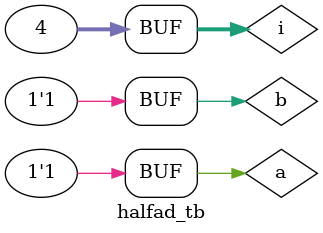
<source format=v>
module halfad(a,b,s,c);
input a,b;
output s,c;
reg s,c;
always @(*)
begin
{c,s}=a+b;
end
endmodule

module halfad_tb;
reg a,b;
wire s,c;
halfad h1(a,b,s,c);
integer i;
initial
begin
for(i=0;i<4;i=i+1)
begin
#2 {a,b}=i;
end
end
endmodule

</source>
